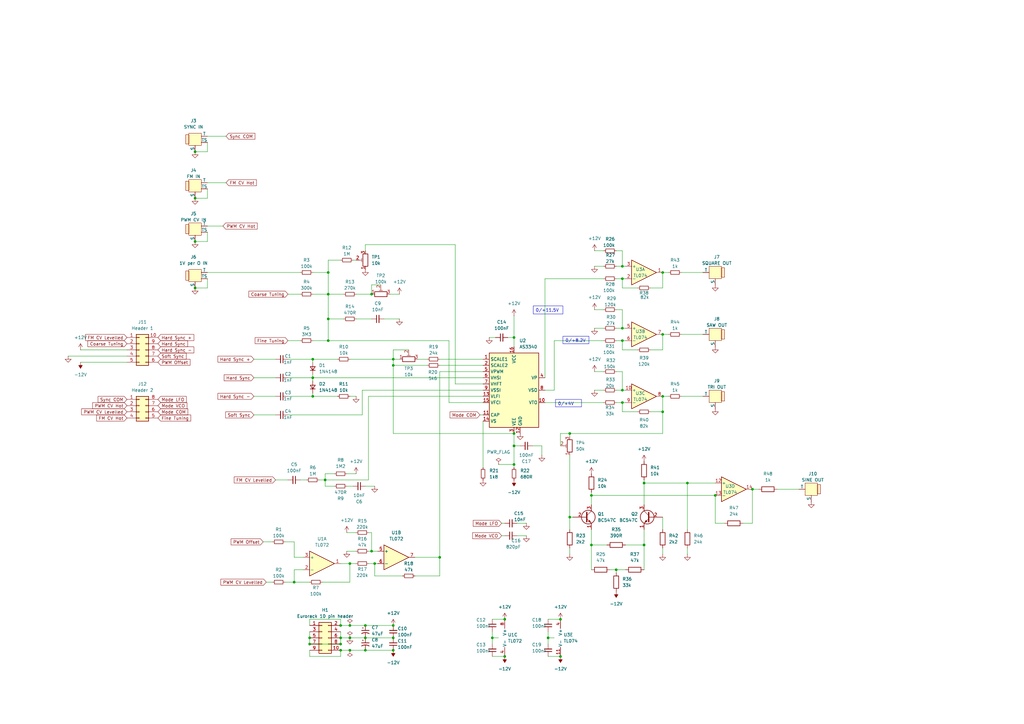
<source format=kicad_sch>
(kicad_sch (version 20231120) (generator "eeschema") (generator_version "8.0")
  (paper "A3")
  (junction (at 152.4 226.06))
  (junction (at 255.27 109.22))
  (junction (at 229.87 269.24))
  (junction (at 139.7 266.7))
  (junction (at 139.7 261.62))
  (junction (at 255.27 139.7))
  (junction (at 134.62 139.7))
  (junction (at 149.86 266.7))
  (junction (at 210.82 177.8))
  (junction (at 127 264.16))
  (junction (at 139.7 264.16))
  (junction (at 80.01 99.06))
  (junction (at 242.57 223.52))
  (junction (at 143.51 266.7))
  (junction (at 210.82 182.88))
  (junction (at 180.34 228.6))
  (junction (at 201.93 261.62))
  (junction (at 255.27 165.1))
  (junction (at 153.67 231.14))
  (junction (at 134.62 111.76))
  (junction (at 143.51 231.14))
  (junction (at 252.73 233.68))
  (junction (at 229.87 254))
  (junction (at 255.27 160.02))
  (junction (at 255.27 114.3))
  (junction (at 134.62 120.65))
  (junction (at 293.37 203.2))
  (junction (at 161.29 266.7))
  (junction (at 80.01 118.11))
  (junction (at 271.78 168.91))
  (junction (at 133.35 196.85))
  (junction (at 210.82 138.43))
  (junction (at 207.01 254))
  (junction (at 161.29 147.32))
  (junction (at 271.78 137.16))
  (junction (at 271.78 162.56))
  (junction (at 120.65 238.76))
  (junction (at 161.29 256.54))
  (junction (at 233.68 177.8))
  (junction (at 255.27 134.62))
  (junction (at 128.27 147.32))
  (junction (at 128.27 162.56))
  (junction (at 210.82 190.5))
  (junction (at 161.29 261.62))
  (junction (at 207.01 269.24))
  (junction (at 139.7 256.54))
  (junction (at 127 261.62))
  (junction (at 224.79 261.62))
  (junction (at 242.57 203.2))
  (junction (at 271.78 111.76))
  (junction (at 281.94 198.12))
  (junction (at 143.51 261.62))
  (junction (at 134.62 130.81))
  (junction (at 149.86 256.54))
  (junction (at 264.16 223.52))
  (junction (at 308.61 200.66))
  (junction (at 152.4 120.65))
  (junction (at 80.01 62.23))
  (junction (at 233.68 212.09))
  (junction (at 80.01 81.28))
  (junction (at 128.27 154.94))
  (junction (at 161.29 149.86))
  (junction (at 264.16 198.12))
  (junction (at 149.86 261.62))
  (junction (at 143.51 256.54))
  (wire (pts (xy 107.95 222.25) (xy 111.76 222.25)))
  (wire (pts (xy 118.11 170.18) (xy 148.59 170.18)))
  (wire (pts (xy 161.29 149.86) (xy 161.29 177.8)))
  (wire (pts (xy 52.07 143.51) (xy 33.02 143.51)))
  (wire (pts (xy 271.78 162.56) (xy 274.32 162.56)))
  (wire (pts (xy 304.8 214.63) (xy 308.61 214.63)))
  (wire (pts (xy 223.52 114.3) (xy 247.65 114.3)))
  (wire (pts (xy 271.78 227.33) (xy 271.78 224.79)))
  (wire (pts (xy 252.73 152.4) (xy 255.27 152.4)))
  (wire (pts (xy 223.52 114.3) (xy 223.52 154.94)))
  (wire (pts (xy 139.7 254) (xy 139.7 256.54)))
  (wire (pts (xy 224.79 269.24) (xy 229.87 269.24)))
  (wire (pts (xy 127 256.54) (xy 127 254)))
  (wire (pts (xy 146.05 130.81) (xy 152.4 130.81)))
  (wire (pts (xy 279.4 162.56) (xy 288.29 162.56)))
  (wire (pts (xy 255.27 102.87) (xy 255.27 109.22)))
  (wire (pts (xy 233.68 227.33) (xy 233.68 224.79)))
  (wire (pts (xy 127 264.16) (xy 139.7 264.16)))
  (wire (pts (xy 252.73 160.02) (xy 255.27 160.02)))
  (wire (pts (xy 167.64 143.51) (xy 161.29 143.51)))
  (wire (pts (xy 133.35 199.39) (xy 137.16 199.39)))
  (wire (pts (xy 133.35 199.39) (xy 133.35 196.85)))
  (wire (pts (xy 252.73 109.22) (xy 255.27 109.22)))
  (wire (pts (xy 143.51 238.76) (xy 143.51 231.14)))
  (wire (pts (xy 288.29 111.76) (xy 279.4 111.76)))
  (wire (pts (xy 252.73 102.87) (xy 255.27 102.87)))
  (wire (pts (xy 92.71 55.88) (xy 85.09 55.88)))
  (wire (pts (xy 256.54 165.1) (xy 255.27 165.1)))
  (wire (pts (xy 132.08 238.76) (xy 143.51 238.76)))
  (wire (pts (xy 113.03 196.85) (xy 118.11 196.85)))
  (wire (pts (xy 210.82 182.88) (xy 210.82 190.5)))
  (wire (pts (xy 186.69 157.48) (xy 186.69 100.33)))
  (wire (pts (xy 120.65 228.6) (xy 124.46 228.6)))
  (wire (pts (xy 255.27 143.51) (xy 261.62 143.51)))
  (wire (pts (xy 85.09 118.11) (xy 80.01 118.11)))
  (wire (pts (xy 85.09 77.47) (xy 85.09 81.28)))
  (wire (pts (xy 143.51 147.32) (xy 161.29 147.32)))
  (wire (pts (xy 85.09 111.76) (xy 123.19 111.76)))
  (wire (pts (xy 250.19 233.68) (xy 252.73 233.68)))
  (wire (pts (xy 210.82 190.5) (xy 210.82 191.77)))
  (wire (pts (xy 134.62 139.7) (xy 184.15 139.7)))
  (wire (pts (xy 255.27 127) (xy 255.27 134.62)))
  (wire (pts (xy 271.78 168.91) (xy 271.78 162.56)))
  (wire (pts (xy 243.84 134.62) (xy 247.65 134.62)))
  (wire (pts (xy 242.57 203.2) (xy 242.57 207.01)))
  (wire (pts (xy 311.15 200.66) (xy 308.61 200.66)))
  (wire (pts (xy 255.27 165.1) (xy 255.27 168.91)))
  (wire (pts (xy 142.24 218.44) (xy 146.05 218.44)))
  (wire (pts (xy 201.93 259.08) (xy 201.93 261.62)))
  (wire (pts (xy 198.12 172.72) (xy 198.12 191.77)))
  (wire (pts (xy 161.29 266.7) (xy 149.86 266.7)))
  (wire (pts (xy 146.05 231.14) (xy 143.51 231.14)))
  (wire (pts (xy 288.29 137.16) (xy 279.4 137.16)))
  (wire (pts (xy 227.33 139.7) (xy 247.65 139.7)))
  (wire (pts (xy 233.68 177.8) (xy 233.68 179.07)))
  (wire (pts (xy 146.05 162.56) (xy 143.51 162.56)))
  (wire (pts (xy 124.46 233.68) (xy 120.65 233.68)))
  (wire (pts (xy 134.62 120.65) (xy 134.62 130.81)))
  (wire (pts (xy 242.57 217.17) (xy 242.57 223.52)))
  (wire (pts (xy 134.62 111.76) (xy 134.62 120.65)))
  (wire (pts (xy 127 266.7) (xy 127 269.24)))
  (wire (pts (xy 152.4 218.44) (xy 152.4 226.06)))
  (wire (pts (xy 128.27 162.56) (xy 138.43 162.56)))
  (wire (pts (xy 109.22 238.76) (xy 111.76 238.76)))
  (wire (pts (xy 255.27 109.22) (xy 256.54 109.22)))
  (wire (pts (xy 212.09 219.71) (xy 215.9 219.71)))
  (wire (pts (xy 118.11 147.32) (xy 128.27 147.32)))
  (wire (pts (xy 118.11 139.7) (xy 123.19 139.7)))
  (wire (pts (xy 252.73 114.3) (xy 255.27 114.3)))
  (wire (pts (xy 85.09 58.42) (xy 85.09 62.23)))
  (wire (pts (xy 224.79 261.62) (xy 227.33 261.62)))
  (wire (pts (xy 252.73 134.62) (xy 255.27 134.62)))
  (wire (pts (xy 120.65 222.25) (xy 120.65 228.6)))
  (wire (pts (xy 243.84 102.87) (xy 247.65 102.87)))
  (wire (pts (xy 184.15 139.7) (xy 184.15 165.1)))
  (wire (pts (xy 128.27 139.7) (xy 134.62 139.7)))
  (wire (pts (xy 184.15 165.1) (xy 198.12 165.1)))
  (wire (pts (xy 120.65 233.68) (xy 120.65 238.76)))
  (wire (pts (xy 281.94 227.33) (xy 281.94 224.79)))
  (wire (pts (xy 180.34 149.86) (xy 198.12 149.86)))
  (wire (pts (xy 281.94 198.12) (xy 293.37 198.12)))
  (wire (pts (xy 180.34 152.4) (xy 180.34 228.6)))
  (wire (pts (xy 134.62 111.76) (xy 134.62 106.68)))
  (wire (pts (xy 149.86 100.33) (xy 149.86 102.87)))
  (wire (pts (xy 52.07 146.05) (xy 27.94 146.05)))
  (wire (pts (xy 163.83 130.81) (xy 157.48 130.81)))
  (wire (pts (xy 243.84 109.22) (xy 247.65 109.22)))
  (wire (pts (xy 142.24 226.06) (xy 146.05 226.06)))
  (wire (pts (xy 224.79 254) (xy 229.87 254)))
  (wire (pts (xy 128.27 148.59) (xy 128.27 147.32)))
  (wire (pts (xy 201.93 269.24) (xy 207.01 269.24)))
  (wire (pts (xy 243.84 152.4) (xy 247.65 152.4)))
  (wire (pts (xy 161.29 147.32) (xy 163.83 147.32)))
  (wire (pts (xy 148.59 170.18) (xy 148.59 160.02)))
  (wire (pts (xy 274.32 137.16) (xy 271.78 137.16)))
  (wire (pts (xy 297.18 214.63) (xy 293.37 214.63)))
  (wire (pts (xy 139.7 269.24) (xy 139.7 266.7)))
  (wire (pts (xy 255.27 165.1) (xy 252.73 165.1)))
  (wire (pts (xy 271.78 177.8) (xy 271.78 168.91)))
  (wire (pts (xy 85.09 81.28) (xy 80.01 81.28)))
  (wire (pts (xy 255.27 139.7) (xy 256.54 139.7)))
  (wire (pts (xy 205.74 219.71) (xy 207.01 219.71)))
  (wire (pts (xy 104.14 170.18) (xy 113.03 170.18)))
  (wire (pts (xy 170.18 236.22) (xy 180.34 236.22)))
  (wire (pts (xy 271.78 217.17) (xy 271.78 212.09)))
  (wire (pts (xy 133.35 194.31) (xy 137.16 194.31)))
  (wire (pts (xy 266.7 168.91) (xy 271.78 168.91)))
  (wire (pts (xy 142.24 194.31) (xy 146.05 194.31)))
  (wire (pts (xy 148.59 160.02) (xy 198.12 160.02)))
  (wire (pts (xy 153.67 236.22) (xy 165.1 236.22)))
  (wire (pts (xy 128.27 154.94) (xy 198.12 154.94)))
  (wire (pts (xy 143.51 261.62) (xy 149.86 261.62)))
  (wire (pts (xy 210.82 177.8) (xy 161.29 177.8)))
  (wire (pts (xy 242.57 233.68) (xy 242.57 223.52)))
  (wire (pts (xy 133.35 196.85) (xy 151.13 196.85)))
  (wire (pts (xy 116.84 222.25) (xy 120.65 222.25)))
  (wire (pts (xy 271.78 111.76) (xy 274.32 111.76)))
  (wire (pts (xy 134.62 130.81) (xy 140.97 130.81)))
  (wire (pts (xy 243.84 160.02) (xy 247.65 160.02)))
  (wire (pts (xy 134.62 120.65) (xy 140.97 120.65)))
  (wire (pts (xy 139.7 266.7) (xy 143.51 266.7)))
  (wire (pts (xy 180.34 236.22) (xy 180.34 228.6)))
  (wire (pts (xy 243.84 127) (xy 247.65 127)))
  (wire (pts (xy 213.36 182.88) (xy 210.82 182.88)))
  (wire (pts (xy 128.27 162.56) (xy 128.27 161.29)))
  (wire (pts (xy 255.27 114.3) (xy 256.54 114.3)))
  (wire (pts (xy 255.27 152.4) (xy 255.27 160.02)))
  (wire (pts (xy 104.14 147.32) (xy 113.03 147.32)))
  (wire (pts (xy 85.09 114.3) (xy 85.09 118.11)))
  (wire (pts (xy 120.65 238.76) (xy 127 238.76)))
  (wire (pts (xy 222.25 182.88) (xy 222.25 186.69)))
  (wire (pts (xy 146.05 106.68) (xy 144.78 106.68)))
  (wire (pts (xy 154.94 231.14) (xy 153.67 231.14)))
  (wire (pts (xy 127 261.62) (xy 127 264.16)))
  (wire (pts (xy 153.67 236.22) (xy 153.67 231.14)))
  (wire (pts (xy 242.57 203.2) (xy 293.37 203.2)))
  (wire (pts (xy 149.86 256.54) (xy 161.29 256.54)))
  (wire (pts (xy 264.16 198.12) (xy 264.16 207.01)))
  (wire (pts (xy 139.7 256.54) (xy 143.51 256.54)))
  (wire (pts (xy 233.68 186.69) (xy 233.68 212.09)))
  (wire (pts (xy 151.13 162.56) (xy 198.12 162.56)))
  (wire (pts (xy 134.62 106.68) (xy 139.7 106.68)))
  (wire (pts (xy 256.54 223.52) (xy 264.16 223.52)))
  (wire (pts (xy 161.29 143.51) (xy 161.29 147.32)))
  (wire (pts (xy 127 269.24) (xy 139.7 269.24)))
  (wire (pts (xy 222.25 182.88) (xy 218.44 182.88)))
  (wire (pts (xy 139.7 231.14) (xy 143.51 231.14)))
  (wire (pts (xy 255.27 139.7) (xy 255.27 143.51)))
  (wire (pts (xy 247.65 165.1) (xy 223.52 165.1)))
  (wire (pts (xy 281.94 217.17) (xy 281.94 198.12)))
  (wire (pts (xy 264.16 223.52) (xy 264.16 217.17)))
  (wire (pts (xy 293.37 214.63) (xy 293.37 203.2)))
  (wire (pts (xy 161.29 147.32) (xy 161.29 149.86)))
  (wire (pts (xy 255.27 168.91) (xy 261.62 168.91)))
  (wire (pts (xy 144.78 199.39) (xy 142.24 199.39)))
  (wire (pts (xy 139.7 261.62) (xy 143.51 261.62)))
  (wire (pts (xy 151.13 226.06) (xy 152.4 226.06)))
  (wire (pts (xy 242.57 201.93) (xy 242.57 203.2)))
  (wire (pts (xy 152.4 226.06) (xy 154.94 226.06)))
  (wire (pts (xy 139.7 259.08) (xy 139.7 261.62)))
  (wire (pts (xy 85.09 99.06) (xy 80.01 99.06)))
  (wire (pts (xy 200.66 138.43) (xy 203.2 138.43)))
  (wire (pts (xy 264.16 233.68) (xy 264.16 223.52)))
  (wire (pts (xy 163.83 120.65) (xy 160.02 120.65)))
  (wire (pts (xy 255.27 114.3) (xy 255.27 118.11)))
  (wire (pts (xy 134.62 139.7) (xy 134.62 130.81)))
  (wire (pts (xy 128.27 153.67) (xy 128.27 154.94)))
  (wire (pts (xy 224.79 261.62) (xy 224.79 264.16)))
  (wire (pts (xy 130.81 196.85) (xy 133.35 196.85)))
  (wire (pts (xy 128.27 147.32) (xy 138.43 147.32)))
  (wire (pts (xy 215.9 214.63) (xy 212.09 214.63)))
  (wire (pts (xy 118.11 162.56) (xy 128.27 162.56)))
  (wire (pts (xy 229.87 177.8) (xy 233.68 177.8)))
  (wire (pts (xy 161.29 149.86) (xy 175.26 149.86)))
  (wire (pts (xy 210.82 129.54) (xy 210.82 138.43)))
  (wire (pts (xy 255.27 134.62) (xy 256.54 134.62)))
  (wire (pts (xy 205.74 214.63) (xy 207.01 214.63)))
  (wire (pts (xy 151.13 218.44) (xy 152.4 218.44)))
  (wire (pts (xy 128.27 154.94) (xy 128.27 156.21)))
  (wire (pts (xy 170.18 228.6) (xy 180.34 228.6)))
  (wire (pts (xy 210.82 177.8) (xy 210.82 182.88)))
  (wire (pts (xy 281.94 198.12) (xy 264.16 198.12)))
  (wire (pts (xy 127 259.08) (xy 127 261.62)))
  (wire (pts (xy 104.14 154.94) (xy 113.03 154.94)))
  (wire (pts (xy 266.7 143.51) (xy 271.78 143.51)))
  (wire (pts (xy 123.19 196.85) (xy 125.73 196.85)))
  (wire (pts (xy 264.16 196.85) (xy 264.16 198.12)))
  (wire (pts (xy 153.67 199.39) (xy 149.86 199.39)))
  (wire (pts (xy 134.62 111.76) (xy 128.27 111.76)))
  (wire (pts (xy 252.73 139.7) (xy 255.27 139.7)))
  (wire (pts (xy 252.73 233.68) (xy 252.73 234.95)))
  (wire (pts (xy 180.34 147.32) (xy 198.12 147.32)))
  (wire (pts (xy 85.09 95.25) (xy 85.09 99.06)))
  (wire (pts (xy 229.87 182.88) (xy 229.87 177.8)))
  (wire (pts (xy 210.82 138.43) (xy 210.82 142.24)))
  (wire (pts (xy 233.68 177.8) (xy 271.78 177.8)))
  (wire (pts (xy 149.86 100.33) (xy 186.69 100.33)))
  (wire (pts (xy 104.14 162.56) (xy 113.03 162.56)))
  (wire (pts (xy 85.09 62.23) (xy 80.01 62.23)))
  (wire (pts (xy 143.51 266.7) (xy 149.86 266.7)))
  (wire (pts (xy 271.78 143.51) (xy 271.78 137.16)))
  (wire (pts (xy 149.86 261.62) (xy 161.29 261.62)))
  (wire (pts (xy 327.66 200.66) (xy 318.77 200.66)))
  (wire (pts (xy 171.45 147.32) (xy 175.26 147.32)))
  (wire (pts (xy 52.07 148.59) (xy 33.02 148.59)))
  (wire (pts (xy 234.95 212.09) (xy 233.68 212.09)))
  (wire (pts (xy 118.11 120.65) (xy 123.19 120.65)))
  (wire (pts (xy 227.33 160.02) (xy 223.52 160.02)))
  (wire (pts (xy 271.78 111.76) (xy 271.78 118.11)))
  (wire (pts (xy 143.51 256.54) (xy 149.86 256.54)))
  (wire (pts (xy 266.7 118.11) (xy 271.78 118.11)))
  (wire (pts (xy 198.12 157.48) (xy 186.69 157.48)))
  (wire (pts (xy 201.93 261.62) (xy 204.47 261.62)))
  (wire (pts (xy 233.68 217.17) (xy 233.68 212.09)))
  (wire (pts (xy 118.11 154.94) (xy 128.27 154.94)))
  (wire (pts (xy 151.13 196.85) (xy 151.13 162.56)))
  (wire (pts (xy 196.85 170.18) (xy 198.12 170.18)))
  (wire (pts (xy 256.54 160.02) (xy 255.27 160.02)))
  (wire (pts (xy 127 254) (xy 139.7 254)))
  (wire (pts (xy 152.4 116.84) (xy 152.4 120.65)))
  (wire (pts (xy 201.93 261.62) (xy 201.93 264.16)))
  (wire (pts (xy 308.61 214.63) (xy 308.61 200.66)))
  (wire (pts (xy 91.44 92.71) (xy 85.09 92.71)))
  (wire (pts (xy 153.67 231.14) (xy 151.13 231.14)))
  (wire (pts (xy 252.73 127) (xy 255.27 127)))
  (wire (pts (xy 208.28 138.43) (xy 210.82 138.43)))
  (wire (pts (xy 156.21 116.84) (xy 152.4 116.84)))
  (wire (pts (xy 133.35 194.31) (xy 133.35 196.85)))
  (wire (pts (xy 204.47 190.5) (xy 210.82 190.5)))
  (wire (pts (xy 85.09 74.93) (xy 92.71 74.93)))
  (wire (pts (xy 252.73 233.68) (xy 256.54 233.68)))
  (wire (pts (xy 242.57 223.52) (xy 248.92 223.52)))
  (wire (pts (xy 139.7 261.62) (xy 139.7 264.16)))
  (wire (pts (xy 227.33 139.7) (xy 227.33 160.02)))
  (wire (pts (xy 128.27 120.65) (xy 134.62 120.65)))
  (wire (pts (xy 201.93 254) (xy 207.01 254)))
  (wire (pts (xy 120.65 238.76) (xy 116.84 238.76)))
  (wire (pts (xy 180.34 152.4) (xy 198.12 152.4)))
  (wire (pts (xy 224.79 259.08) (xy 224.79 261.62)))
  (wire (pts (xy 255.27 118.11) (xy 261.62 118.11)))
  (wire (pts (xy 146.05 120.65) (xy 152.4 120.65)))
  (text_box "0/+11.5V" (at 218.694 125.476 0) (size 12.192 3.302) (effects (font (size 1.27 1.27)) (justify left top)))
  (text_box "0/+4V" (at 227.838 163.83 0) (size 10.668 3.048) (effects (font (size 1.27 1.27)) (justify left top)))
  (text_box "0/+8.2V" (at 230.886 137.922 0) (size 10.668 3.048) (effects (font (size 1.27 1.27)) (justify left top)))
  (global_label "Mode COM" (shape input) (at 64.77 168.91 0) (property "Intersheetrefs" "${INTERSHEET_REFS}" (effects (hide yes))))
  (global_label "PWM Offset" (shape input) (at 64.77 148.59 0) (property "Intersheetrefs" "${INTERSHEET_REFS}" (effects (hide yes))))
  (global_label "Mode COM" (shape input) (at 196.85 170.18 180) (property "Intersheetrefs" "${INTERSHEET_REFS}" (effects (hide yes))))
  (global_label "Hard Sync -" (shape input) (at 64.77 143.51 0) (property "Intersheetrefs" "${INTERSHEET_REFS}" (effects (hide yes))))
  (global_label "FM CV Levelled" (shape input) (at 113.03 196.85 180) (property "Intersheetrefs" "${INTERSHEET_REFS}" (effects (hide yes))))
  (global_label "Coarse Tuning" (shape input) (at 52.07 140.97 180) (property "Intersheetrefs" "${INTERSHEET_REFS}" (effects (hide yes))))
  (global_label "FM CV Hot" (shape input) (at 92.71 74.93 0) (property "Intersheetrefs" "${INTERSHEET_REFS}" (effects (hide yes))))
  (global_label "PWM CV Levelled" (shape input) (at 109.22 238.76 180) (property "Intersheetrefs" "${INTERSHEET_REFS}" (effects (hide yes))))
  (global_label "Hard Sync +" (shape input) (at 64.77 138.43 0) (property "Intersheetrefs" "${INTERSHEET_REFS}" (effects (hide yes))))
  (global_label "PWM Offset" (shape input) (at 107.95 222.25 180) (property "Intersheetrefs" "${INTERSHEET_REFS}" (effects (hide yes))))
  (global_label "Soft Sync" (shape input) (at 64.77 146.05 0) (property "Intersheetrefs" "${INTERSHEET_REFS}" (effects (hide yes))))
  (global_label "Fine Tuning" (shape input) (at 64.77 171.45 0) (property "Intersheetrefs" "${INTERSHEET_REFS}" (effects (hide yes))))
  (global_label "PWM CV Hot" (shape input) (at 91.44 92.71 0) (property "Intersheetrefs" "${INTERSHEET_REFS}" (effects (hide yes))))
  (global_label "Mode LFO" (shape input) (at 205.74 214.63 180) (property "Intersheetrefs" "${INTERSHEET_REFS}" (effects (hide yes))))
  (global_label "Mode VCO" (shape input) (at 205.74 219.71 180) (property "Intersheetrefs" "${INTERSHEET_REFS}" (effects (hide yes))))
  (global_label "Fine Tuning" (shape input) (at 118.11 139.7 180) (property "Intersheetrefs" "${INTERSHEET_REFS}" (effects (hide yes))))
  (global_label "Hard Sync -" (shape input) (at 104.14 162.56 180) (property "Intersheetrefs" "${INTERSHEET_REFS}" (effects (hide yes))))
  (global_label "Sync COM" (shape input) (at 52.07 163.83 180) (property "Intersheetrefs" "${INTERSHEET_REFS}" (effects (hide yes))))
  (global_label "Mode LFO" (shape input) (at 64.77 163.83 0) (property "Intersheetrefs" "${INTERSHEET_REFS}" (effects (hide yes))))
  (global_label "FM CV Hot" (shape input) (at 52.07 171.45 180) (property "Intersheetrefs" "${INTERSHEET_REFS}" (effects (hide yes))))
  (global_label "PWM CV Levelled" (shape input) (at 52.07 168.91 180) (property "Intersheetrefs" "${INTERSHEET_REFS}" (effects (hide yes))))
  (global_label "Hard Sync +" (shape input) (at 104.14 147.32 180) (property "Intersheetrefs" "${INTERSHEET_REFS}" (effects (hide yes))))
  (global_label "Mode VCO" (shape input) (at 64.77 166.37 0) (property "Intersheetrefs" "${INTERSHEET_REFS}" (effects (hide yes))))
  (global_label "Hard Sync" (shape input) (at 104.14 154.94 180) (property "Intersheetrefs" "${INTERSHEET_REFS}" (effects (hide yes))))
  (global_label "FM CV Levelled" (shape input) (at 52.07 138.43 180) (property "Intersheetrefs" "${INTERSHEET_REFS}" (effects (hide yes))))
  (global_label "Hard Sync" (shape input) (at 64.77 140.97 0) (property "Intersheetrefs" "${INTERSHEET_REFS}" (effects (hide yes))))
  (global_label "Soft Sync" (shape input) (at 104.14 170.18 180) (property "Intersheetrefs" "${INTERSHEET_REFS}" (effects (hide yes))))
  (global_label "Sync COM" (shape input) (at 92.71 55.88 0) (property "Intersheetrefs" "${INTERSHEET_REFS}" (effects (hide yes))))
  (global_label "PWM CV Hot" (shape input) (at 52.07 166.37 180) (property "Intersheetrefs" "${INTERSHEET_REFS}" (effects (hide yes))))
  (global_label "Coarse Tuning" (shape input) (at 118.11 120.65 180) (property "Intersheetrefs" "${INTERSHEET_REFS}" (effects (hide yes))))
  (symbol (lib_id "power:GND") (at 142.24 226.06 0) (unit 1)
    (property "Reference" "#PWR09" (effects (hide yes)))
    (property "Value" "GND" (effects (hide yes)))
    (property "Description" "Power symbol creates a global label with name \"GND\" , ground" (effects (hide yes)))
  )
  (symbol (lib_id "Audio:AS3340") (at 210.82 160.02 0) (unit 1)
    (property "Reference" "U2" (at 213.0141 139.7 0) (effects (justify left)))
    (property "Value" "AS3340" (at 213.0141 142.24 0) (effects (justify left)))
    (property "Footprint" "Package_DIP:DIP-16_W7.62mm" (effects (hide yes)))
    (property "Datasheet" "http://www.alfarzpp.lv/eng/sc/AS3340.pdf" (effects (hide yes)))
    (property "Description" "Voltage Controlled Oscillator (VCO), DIP-16/SOIC-16" (effects (hide yes)))
  )
  (symbol (lib_id "Device:R_Small") (at 167.64 236.22 90) (unit 1)
    (property "Reference" "R18" (at 167.64 231.14 90))
    (property "Value" "47k" (at 167.64 233.68 90))
    (property "Footprint" "Resistor_THT:R_Axial_DIN0207_L6.3mm_D2.5mm_P10.16mm_Horizontal" (effects (hide yes)))
    (property "Description" "Resistor, small symbol" (effects (hide yes)))
  )
  (symbol (lib_id "power:GND") (at 243.84 160.02 0) (unit 1)
    (property "Reference" "#PWR038" (effects (hide yes)))
    (property "Value" "GND" (effects (hide yes)))
    (property "Description" "Power symbol creates a global label with name \"GND\" , ground" (effects (hide yes)))
  )
  (symbol (lib_id "power:GND") (at 27.94 146.05 0) (mirror y) (unit 1)
    (property "Reference" "#PWR03" (effects (hide yes)))
    (property "Value" "GND" (effects (hide yes)))
    (property "Description" "Power symbol creates a global label with name \"GND\" , ground" (effects (hide yes)))
  )
  (symbol (lib_id "power:GND") (at 80.01 99.06 0) (unit 1)
    (property "Reference" "#PWR06" (effects (hide yes)))
    (property "Value" "GND" (effects (hide yes)))
    (property "Description" "Power symbol creates a global label with name \"GND\" , ground" (effects (hide yes)))
  )
  (symbol (lib_id "cynthia:6.35_mm_jack_socket_mono_switched") (at 80.01 113.03 0) (unit 1)
    (property "Reference" "J6" (at 79.375 105.41 0))
    (property "Value" "1V per O IN" (at 79.375 107.95 0))
    (property "Footprint" "cynthia:6.35 mm jack socket mono switched" (effects (hide yes)))
  )
  (symbol (lib_id "Device:R") (at 252.73 238.76 0) (unit 1)
    (property "Reference" "R36" (at 255.27 237.4899 0) (effects (justify left)))
    (property "Value" "33k" (at 255.27 240.0299 0) (effects (justify left)))
    (property "Footprint" "Resistor_THT:R_Axial_DIN0207_L6.3mm_D2.5mm_P10.16mm_Horizontal" (effects (hide yes)))
  )
  (symbol (lib_id "Device:D_Small") (at 128.27 151.13 90) (unit 1)
    (property "Reference" "D1" (at 130.81 149.8599 90) (effects (justify right)))
    (property "Value" "1N4148" (at 130.81 152.3999 90) (effects (justify right)))
    (property "Footprint" "Diode_THT:D_DO-35_SOD27_P7.62mm_Horizontal" (effects (hide yes)))
    (property "Description" "Diode, small symbol" (effects (hide yes)))
    (property "Sim.Device" "D" (effects (hide yes)))
    (property "Sim.Pins" "1=K 2=A" (effects (hide yes)))
  )
  (symbol (lib_id "power:+12V") (at 243.84 127 0) (unit 1)
    (property "Reference" "#PWR035" (effects (hide yes)))
    (property "Value" "+12V" (at 243.84 121.92 0))
    (property "Description" "Power symbol creates a global label with name \"+12V\"" (effects (hide yes)))
  )
  (symbol (lib_id "power:GND") (at 243.84 109.22 0) (unit 1)
    (property "Reference" "#PWR034" (effects (hide yes)))
    (property "Value" "GND" (effects (hide yes)))
    (property "Description" "Power symbol creates a global label with name \"GND\" , ground" (effects (hide yes)))
  )
  (symbol (lib_id "power:+12V") (at 243.84 152.4 0) (unit 1)
    (property "Reference" "#PWR037" (effects (hide yes)))
    (property "Value" "+12V" (at 243.84 147.32 0))
    (property "Description" "Power symbol creates a global label with name \"+12V\"" (effects (hide yes)))
  )
  (symbol (lib_id "Device:R") (at 271.78 220.98 0) (unit 1)
    (property "Reference" "R42" (at 274.32 219.7099 0) (effects (justify left)))
    (property "Value" "2k2" (at 274.32 222.2499 0) (effects (justify left)))
    (property "Footprint" "Resistor_THT:R_Axial_DIN0207_L6.3mm_D2.5mm_P10.16mm_Horizontal" (effects (hide yes)))
  )
  (symbol (lib_id "Amplifier_Operational:TL074") (at 264.16 162.56 0) (unit 3)
    (property "Reference" "U3" (at 262.636 161.29 0))
    (property "Value" "TL074" (at 262.636 163.83 0))
    (property "Footprint" "Package_DIP:DIP-14_W7.62mm" (effects (hide yes)))
    (property "Datasheet" "http://www.ti.com/lit/ds/symlink/tl071.pdf" (effects (hide yes)))
    (property "Description" "Quad Low-Noise JFET-Input Operational Amplifiers, DIP-14/SOIC-14" (effects (hide yes)))
  )
  (symbol (lib_id "power:GND") (at 293.37 142.24 0) (unit 1)
    (property "Reference" "#PWR044" (effects (hide yes)))
    (property "Value" "GND" (effects (hide yes)))
    (property "Description" "Power symbol creates a global label with name \"GND\" , ground" (effects (hide yes)))
  )
  (symbol (lib_id "power:PWR_FLAG") (at 143.51 266.7 180) (unit 1)
    (property "Reference" "#FLG03" (effects (hide yes)))
    (property "Value" "PWR_FLAG" (effects (hide yes)))
    (property "Description" "Special symbol for telling ERC where power comes from" (effects (hide yes)))
  )
  (symbol (lib_id "Device:C_Small") (at 154.94 130.81 90) (unit 1)
    (property "Reference" "C9" (at 154.9463 124.46 90))
    (property "Value" "10nF" (at 154.9463 127 90))
    (property "Footprint" "Capacitor_THT:C_Disc_D6.0mm_W2.5mm_P5.00mm" (effects (hide yes)))
    (property "Description" "Unpolarized capacitor, small symbol" (effects (hide yes)))
  )
  (symbol (lib_id "power:-12V") (at 207.01 269.24 180) (unit 1)
    (property "Reference" "#PWR022" (effects (hide yes)))
    (property "Value" "-12V" (at 207.01 274.32 0))
    (property "Description" "Power symbol creates a global label with name \"-12V\"" (effects (hide yes)))
  )
  (symbol (lib_id "Device:R_Potentiometer_Trim") (at 149.86 106.68 180) (unit 1)
    (property "Reference" "TP1" (at 152.4 105.4099 0) (effects (justify right)))
    (property "Value" "10k" (at 152.4 107.9499 0) (effects (justify right)))
    (property "Footprint" "Potentiometer_THT:Potentiometer_Vishay_T73XW_Horizontal" (effects (hide yes)))
    (property "Description" "Trim-potentiometer" (effects (hide yes)))
  )
  (symbol (lib_id "Device:C_Small") (at 201.93 256.54 180) (unit 1)
    (property "Reference" "C12" (at 195.326 254.254 0) (effects (justify right)))
    (property "Value" "100nF" (at 195.326 256.794 0) (effects (justify right)))
    (property "Footprint" "Capacitor_THT:C_Disc_D6.0mm_W2.5mm_P5.00mm" (effects (hide yes)))
    (property "Description" "Unpolarized capacitor, small symbol" (effects (hide yes)))
  )
  (symbol (lib_id "Device:C_Small") (at 115.57 170.18 270) (unit 1)
    (property "Reference" "C4" (at 118.11 168.656 90))
    (property "Value" "1nF" (at 118.11 171.196 90))
    (property "Footprint" "Capacitor_THT:C_Disc_D6.0mm_W2.5mm_P5.00mm" (effects (hide yes)))
    (property "Description" "Unpolarized capacitor, small symbol" (effects (hide yes)))
  )
  (symbol (lib_id "power:-12V") (at 229.87 269.24 180) (unit 1)
    (property "Reference" "#PWR030" (effects (hide yes)))
    (property "Value" "-12V" (at 229.87 274.32 0))
    (property "Description" "Power symbol creates a global label with name \"-12V\"" (effects (hide yes)))
  )
  (symbol (lib_id "power:GND") (at 146.05 162.56 0) (unit 1)
    (property "Reference" "#PWR011" (effects (hide yes)))
    (property "Value" "GND" (effects (hide yes)))
    (property "Description" "Power symbol creates a global label with name \"GND\" , ground" (effects (hide yes)))
  )
  (symbol (lib_id "power:+12V") (at 146.05 194.31 0) (unit 1)
    (property "Reference" "#PWR012" (effects (hide yes)))
    (property "Value" "+12V" (at 146.05 189.23 0))
    (property "Description" "Power symbol creates a global label with name \"+12V\"" (effects (hide yes)))
  )
  (symbol (lib_id "power:GND") (at 233.68 227.33 0) (unit 1)
    (property "Reference" "#PWR031" (effects (hide yes)))
    (property "Value" "GND" (effects (hide yes)))
    (property "Description" "Power symbol creates a global label with name \"GND\" , ground" (effects (hide yes)))
  )
  (symbol (lib_id "Device:R_Small") (at 148.59 231.14 90) (unit 1)
    (property "Reference" "R17" (at 148.59 233.426 90))
    (property "Value" "220k" (at 148.59 235.966 90))
    (property "Footprint" "Resistor_THT:R_Axial_DIN0207_L6.3mm_D2.5mm_P10.16mm_Horizontal" (effects (hide yes)))
    (property "Description" "Resistor, small symbol" (effects (hide yes)))
  )
  (symbol (lib_id "Device:R_Small") (at 264.16 118.11 90) (unit 1)
    (property "Reference" "R38" (at 264.16 120.142 90))
    (property "Value" "82k" (at 264.414 121.92 90))
    (property "Footprint" "Resistor_THT:R_Axial_DIN0207_L6.3mm_D2.5mm_P10.16mm_Horizontal" (effects (hide yes)))
    (property "Description" "Resistor, small symbol" (effects (hide yes)))
  )
  (symbol (lib_id "power:+12V") (at 161.29 256.54 0) (unit 1)
    (property "Reference" "#PWR015" (effects (hide yes)))
    (property "Value" "+12V" (at 161.29 251.46 0))
    (property "Description" "Power symbol creates a global label with name \"+12V\"" (effects (hide yes)))
  )
  (symbol (lib_id "Device:R_Small") (at 276.86 137.16 90) (unit 1)
    (property "Reference" "R44" (at 276.86 132.08 90))
    (property "Value" "1k" (at 276.86 134.62 90))
    (property "Footprint" "Resistor_THT:R_Axial_DIN0207_L6.3mm_D2.5mm_P10.16mm_Horizontal" (effects (hide yes)))
    (property "Description" "Resistor, small symbol" (effects (hide yes)))
  )
  (symbol (lib_id "Device:C_Polarized_Small_US") (at 149.86 259.08 0) (unit 1)
    (property "Reference" "C7" (at 152.4 257.3781 0) (effects (justify left)))
    (property "Value" "47uF" (at 152.4 259.9181 0) (effects (justify left)))
    (property "Footprint" "Capacitor_THT:CP_Radial_D6.3mm_P2.50mm" (effects (hide yes)))
    (property "Description" "Polarized capacitor, small US symbol" (effects (hide yes)))
  )
  (symbol (lib_id "Device:R_Small") (at 129.54 238.76 90) (unit 1)
    (property "Reference" "R7" (at 129.54 241.046 90))
    (property "Value" "100k" (at 129.54 243.586 90))
    (property "Footprint" "Resistor_THT:R_Axial_DIN0207_L6.3mm_D2.5mm_P10.16mm_Horizontal" (effects (hide yes)))
    (property "Description" "Resistor, small symbol" (effects (hide yes)))
  )
  (symbol (lib_id "Device:R_Potentiometer_Trim") (at 167.64 147.32 90) (unit 1)
    (property "Reference" "TP3" (at 167.64 151.13 90))
    (property "Value" "10k" (at 167.64 153.67 90))
    (property "Footprint" "Potentiometer_THT:Potentiometer_Vishay_T73XW_Horizontal" (effects (hide yes)))
    (property "Description" "Trim-potentiometer" (effects (hide yes)))
  )
  (symbol (lib_id "Device:C_Small") (at 161.29 259.08 180) (unit 1)
    (property "Reference" "C10" (at 163.068 257.81 0) (effects (justify right)))
    (property "Value" "100nF" (at 163.068 260.35 0) (effects (justify right)))
    (property "Footprint" "Capacitor_THT:C_Disc_D6.0mm_W2.5mm_P5.00mm" (effects (hide yes)))
    (property "Description" "Unpolarized capacitor, small symbol" (effects (hide yes)))
  )
  (symbol (lib_id "Device:C_Small") (at 224.79 266.7 180) (unit 1)
    (property "Reference" "C19" (at 218.186 264.414 0) (effects (justify right)))
    (property "Value" "100nF" (at 218.186 266.954 0) (effects (justify right)))
    (property "Footprint" "Capacitor_THT:C_Disc_D6.0mm_W2.5mm_P5.00mm" (effects (hide yes)))
    (property "Description" "Unpolarized capacitor, small symbol" (effects (hide yes)))
  )
  (symbol (lib_id "power:+12V") (at 142.24 218.44 0) (unit 1)
    (property "Reference" "#PWR08" (effects (hide yes)))
    (property "Value" "+12V" (at 142.24 213.36 0))
    (property "Description" "Power symbol creates a global label with name \"+12V\"" (effects (hide yes)))
  )
  (symbol (lib_name "6.35_mm_jack_socket_mono_2") (lib_id "cynthia:6.35_mm_jack_socket_mono") (at 293.37 111.76 0) (mirror y) (unit 1)
    (property "Reference" "J7" (at 294.005 105.41 0))
    (property "Value" "SQUARE OUT" (at 294.005 107.95 0))
    (property "Footprint" "cynthia:6.35 mm jack socket mono" (effects (hide yes)))
  )
  (symbol (lib_id "Device:R_Small") (at 276.86 162.56 90) (unit 1)
    (property "Reference" "R45" (at 276.86 157.48 90))
    (property "Value" "1k" (at 276.86 160.02 90))
    (property "Footprint" "Resistor_THT:R_Axial_DIN0207_L6.3mm_D2.5mm_P10.16mm_Horizontal" (effects (hide yes)))
    (property "Description" "Resistor, small symbol" (effects (hide yes)))
  )
  (symbol (lib_id "Device:R_Small") (at 210.82 194.31 0) (unit 1)
    (property "Reference" "R22" (at 213.36 193.0399 0) (effects (justify left)))
    (property "Value" "680R" (at 213.36 195.5799 0) (effects (justify left)))
    (property "Footprint" "Resistor_THT:R_Axial_DIN0207_L6.3mm_D2.5mm_P10.16mm_Horizontal" (effects (hide yes)))
    (property "Description" "Resistor, small symbol" (effects (hide yes)))
  )
  (symbol (lib_id "Amplifier_Operational:TL072") (at 162.56 228.6 0) (unit 2)
    (property "Reference" "U1" (at 162.56 218.44 0))
    (property "Value" "TL072" (at 162.56 220.98 0))
    (property "Footprint" "Package_DIP:DIP-8_W7.62mm" (effects (hide yes)))
    (property "Datasheet" "http://www.ti.com/lit/ds/symlink/tl071.pdf" (effects (hide yes)))
    (property "Description" "Dual Low-Noise JFET-Input Operational Amplifiers, DIP-8/SOIC-8" (effects (hide yes)))
  )
  (symbol (lib_id "power:PWR_FLAG") (at 143.51 256.54 0) (unit 1)
    (property "Reference" "#FLG01" (effects (hide yes)))
    (property "Value" "PWR_FLAG" (effects (hide yes)))
    (property "Description" "Special symbol for telling ERC where power comes from" (effects (hide yes)))
  )
  (symbol (lib_id "Device:C_Small") (at 115.57 162.56 270) (unit 1)
    (property "Reference" "C3" (at 118.11 161.036 90))
    (property "Value" "1nF" (at 118.11 163.576 90))
    (property "Footprint" "Capacitor_THT:C_Disc_D6.0mm_W2.5mm_P5.00mm" (effects (hide yes)))
    (property "Description" "Unpolarized capacitor, small symbol" (effects (hide yes)))
  )
  (symbol (lib_id "Amplifier_Operational:TL074") (at 264.16 111.76 0) (unit 1)
    (property "Reference" "U3" (at 262.636 110.49 0))
    (property "Value" "TL074" (at 262.636 113.03 0))
    (property "Footprint" "Package_DIP:DIP-14_W7.62mm" (effects (hide yes)))
    (property "Datasheet" "http://www.ti.com/lit/ds/symlink/tl071.pdf" (effects (hide yes)))
    (property "Description" "Quad Low-Noise JFET-Input Operational Amplifiers, DIP-14/SOIC-14" (effects (hide yes)))
  )
  (symbol (lib_id "Transistor_BJT:2N3904") (at 266.7 212.09 0) (mirror y) (unit 1)
    (property "Reference" "Q2" (at 261.62 210.8199 0) (effects (justify left)))
    (property "Value" "BC547C" (at 261.62 213.3599 0) (effects (justify left)))
    (property "Footprint" "Package_TO_SOT_THT:TO-92_Inline" (effects (hide yes)))
    (property "Datasheet" "https://www.onsemi.com/pub/Collateral/2N3903-D.PDF" (effects (hide yes)))
  )
  (symbol (lib_id "Device:R_Small") (at 177.8 147.32 90) (unit 1)
    (property "Reference" "R19" (at 177.8 142.24 90))
    (property "Value" "24k" (at 177.8 144.78 90))
    (property "Footprint" "Resistor_THT:R_Axial_DIN0207_L6.3mm_D2.5mm_P10.16mm_Horizontal" (effects (hide yes)))
    (property "Description" "Resistor, small symbol" (effects (hide yes)))
  )
  (symbol (lib_id "Device:R_Small") (at 198.12 194.31 180) (unit 1)
    (property "Reference" "R21" (at 200.66 193.0399 0) (effects (justify right)))
    (property "Value" "1k8" (at 200.66 195.5799 0) (effects (justify right)))
    (property "Footprint" "Resistor_THT:R_Axial_DIN0207_L6.3mm_D2.5mm_P10.16mm_Horizontal" (effects (hide yes)))
    (property "Description" "Resistor, small symbol" (effects (hide yes)))
  )
  (symbol (lib_id "Device:R_Small") (at 143.51 120.65 90) (unit 1)
    (property "Reference" "R13" (at 143.51 115.57 90))
    (property "Value" "270k" (at 143.51 118.11 90))
    (property "Footprint" "Resistor_THT:R_Axial_DIN0207_L6.3mm_D2.5mm_P10.16mm_Horizontal" (effects (hide yes)))
    (property "Description" "Resistor, small symbol" (effects (hide yes)))
  )
  (symbol (lib_id "Device:C_Small") (at 215.9 182.88 270) (unit 1)
    (property "Reference" "C17" (at 215.8937 189.23 90))
    (property "Value" "100nF" (at 215.8937 186.69 90))
    (property "Footprint" "Capacitor_THT:C_Disc_D6.0mm_W2.5mm_P5.00mm" (effects (hide yes)))
    (property "Description" "Unpolarized capacitor, small symbol" (effects (hide yes)))
  )
  (symbol (lib_id "Device:R") (at 252.73 223.52 90) (unit 1)
    (property "Reference" "R35" (at 252.73 217.17 90))
    (property "Value" "390R" (at 252.73 219.71 90))
    (property "Footprint" "Resistor_THT:R_Axial_DIN0207_L6.3mm_D2.5mm_P10.16mm_Horizontal" (effects (hide yes)))
  )
  (symbol (lib_id "cynthia:6.35_mm_jack_socket_mono_switched") (at 80.01 57.15 0) (unit 1)
    (property "Reference" "J3" (at 79.375 49.53 0))
    (property "Value" "SYNC IN" (at 79.375 52.07 0))
    (property "Footprint" "cynthia:6.35 mm jack socket mono switched" (effects (hide yes)))
  )
  (symbol (lib_id "power:GND") (at 80.01 81.28 0) (unit 1)
    (property "Reference" "#PWR05" (effects (hide yes)))
    (property "Value" "GND" (effects (hide yes)))
    (property "Description" "Power symbol creates a global label with name \"GND\" , ground" (effects (hide yes)))
  )
  (symbol (lib_id "power:+12V") (at 229.87 254 0) (unit 1)
    (property "Reference" "#PWR029" (effects (hide yes)))
    (property "Value" "+12V" (at 229.87 248.92 0))
    (property "Description" "Power symbol creates a global label with name \"+12V\"" (effects (hide yes)))
  )
  (symbol (lib_id "Device:R_Small") (at 177.8 149.86 90) (unit 1)
    (property "Reference" "R20" (at 177.546 152.654 90))
    (property "Value" "5k6" (at 177.546 155.194 90))
    (property "Footprint" "Resistor_THT:R_Axial_DIN0207_L6.3mm_D2.5mm_P10.16mm_Horizontal" (effects (hide yes)))
    (property "Description" "Resistor, small symbol" (effects (hide yes)))
  )
  (symbol (lib_id "Device:C_Small") (at 205.74 138.43 90) (unit 1)
    (property "Reference" "C14" (at 205.7463 132.08 90))
    (property "Value" "100nF" (at 205.7463 134.62 90))
    (property "Footprint" "Capacitor_THT:C_Disc_D6.0mm_W2.5mm_P5.00mm" (effects (hide yes)))
    (property "Description" "Unpolarized capacitor, small symbol" (effects (hide yes)))
  )
  (symbol (lib_id "power:GND") (at 215.9 219.71 0) (unit 1)
    (property "Reference" "#PWR027" (effects (hide yes)))
    (property "Value" "GND" (effects (hide yes)))
    (property "Description" "Power symbol creates a global label with name \"GND\" , ground" (effects (hide yes)))
  )
  (symbol (lib_id "Device:C_Small") (at 115.57 154.94 270) (unit 1)
    (property "Reference" "C2" (at 118.11 153.416 90))
    (property "Value" "1nF" (at 118.11 155.956 90))
    (property "Footprint" "Capacitor_THT:C_Disc_D6.0mm_W2.5mm_P5.00mm" (effects (hide yes)))
    (property "Description" "Unpolarized capacitor, small symbol" (effects (hide yes)))
  )
  (symbol (lib_id "power:GND") (at 332.74 205.74 0) (unit 1)
    (property "Reference" "#PWR046" (effects (hide yes)))
    (property "Value" "GND" (effects (hide yes)))
    (property "Description" "Power symbol creates a global label with name \"GND\" , ground" (effects (hide yes)))
  )
  (symbol (lib_id "Device:R_Small") (at 148.59 218.44 90) (unit 1)
    (property "Reference" "R15" (at 148.59 213.614 90))
    (property "Value" "220k" (at 148.59 216.154 90))
    (property "Footprint" "Resistor_THT:R_Axial_DIN0207_L6.3mm_D2.5mm_P10.16mm_Horizontal" (effects (hide yes)))
    (property "Description" "Resistor, small symbol" (effects (hide yes)))
  )
  (symbol (lib_id "Device:R") (at 233.68 220.98 0) (unit 1)
    (property "Reference" "R23" (at 236.22 219.7099 0) (effects (justify left)))
    (property "Value" "2k2" (at 236.22 222.2499 0) (effects (justify left)))
    (property "Footprint" "Resistor_THT:R_Axial_DIN0207_L6.3mm_D2.5mm_P10.16mm_Horizontal" (effects (hide yes)))
  )
  (symbol (lib_id "Device:R_Small") (at 250.19 165.1 270) (unit 1)
    (property "Reference" "R34" (at 250.19 167.132 90))
    (property "Value" "33k" (at 250.19 169.672 90))
    (property "Footprint" "Resistor_THT:R_Axial_DIN0207_L6.3mm_D2.5mm_P10.16mm_Horizontal" (effects (hide yes)))
    (property "Description" "Resistor, small symbol" (effects (hide yes)))
  )
  (symbol (lib_id "power:GND") (at 215.9 214.63 0) (unit 1)
    (property "Reference" "#PWR026" (effects (hide yes)))
    (property "Value" "GND" (effects (hide yes)))
    (property "Description" "Power symbol creates a global label with name \"GND\" , ground" (effects (hide yes)))
  )
  (symbol (lib_name "6.35_mm_jack_socket_mono_3") (lib_id "cynthia:6.35_mm_jack_socket_mono") (at 293.37 162.56 0) (mirror y) (unit 1)
    (property "Reference" "J9" (at 294.005 156.21 0))
    (property "Value" "TRI OUT" (at 294.005 158.75 0))
    (property "Footprint" "cynthia:6.35 mm jack socket mono" (effects (hide yes)))
  )
  (symbol (lib_id "power:GND") (at 222.25 186.69 0) (unit 1)
    (property "Reference" "#PWR028" (effects (hide yes)))
    (property "Value" "GND" (effects (hide yes)))
    (property "Description" "Power symbol creates a global label with name \"GND\" , ground" (effects (hide yes)))
  )
  (symbol (lib_id "Device:R_Small") (at 143.51 130.81 90) (unit 1)
    (property "Reference" "R14" (at 143.51 125.73 90))
    (property "Value" "470R" (at 143.51 128.27 90))
    (property "Footprint" "Resistor_THT:R_Axial_DIN0207_L6.3mm_D2.5mm_P10.16mm_Horizontal" (effects (hide yes)))
    (property "Description" "Resistor, small symbol" (effects (hide yes)))
  )
  (symbol (lib_id "Amplifier_Operational:TL074") (at 232.41 261.62 0) (unit 5)
    (property "Reference" "U3" (at 231.14 260.3499 0) (effects (justify left)))
    (property "Value" "TL074" (at 231.14 262.8899 0) (effects (justify left)))
    (property "Footprint" "Package_DIP:DIP-14_W7.62mm" (effects (hide yes)))
    (property "Datasheet" "http://www.ti.com/lit/ds/symlink/tl071.pdf" (effects (hide yes)))
    (property "Description" "Quad Low-Noise JFET-Input Operational Amplifiers, DIP-14/SOIC-14" (effects (hide yes)))
  )
  (symbol (lib_id "power:+12V") (at 243.84 102.87 0) (unit 1)
    (property "Reference" "#PWR033" (effects (hide yes)))
    (property "Value" "+12V" (at 243.84 97.79 0))
    (property "Description" "Power symbol creates a global label with name \"+12V\"" (effects (hide yes)))
  )
  (symbol (lib_id "Device:R") (at 314.96 200.66 90) (unit 1)
    (property "Reference" "R48" (at 314.96 194.31 90))
    (property "Value" "1k" (at 314.96 196.85 90))
    (property "Footprint" "Resistor_THT:R_Axial_DIN0207_L6.3mm_D2.5mm_P10.16mm_Horizontal" (effects (hide yes)))
  )
  (symbol (lib_name "-12V_1") (lib_id "power:-12V") (at 252.73 242.57 180) (unit 1)
    (property "Reference" "#PWR039" (effects (hide yes)))
    (property "Value" "-12V" (at 252.73 247.65 0))
  )
  (symbol (lib_id "Device:R_Small") (at 140.97 162.56 90) (unit 1)
    (property "Reference" "R11" (at 140.97 157.48 90))
    (property "Value" "10k" (at 140.97 160.02 90))
    (property "Footprint" "Resistor_THT:R_Axial_DIN0207_L6.3mm_D2.5mm_P10.16mm_Horizontal" (effects (hide yes)))
    (property "Description" "Resistor, small symbol" (effects (hide yes)))
  )
  (symbol (lib_id "Amplifier_Operational:TL074") (at 300.99 200.66 0) (unit 4)
    (property "Reference" "U3" (at 299.466 199.39 0))
    (property "Value" "TL074" (at 299.466 201.93 0))
    (property "Footprint" "Package_DIP:DIP-14_W7.62mm" (effects (hide yes)))
    (property "Datasheet" "http://www.ti.com/lit/ds/symlink/tl071.pdf" (effects (hide yes)))
    (property "Description" "Quad Low-Noise JFET-Input Operational Amplifiers, DIP-14/SOIC-14" (effects (hide yes)))
  )
  (symbol (lib_id "Device:R_Small") (at 125.73 111.76 90) (unit 1)
    (property "Reference" "R3" (at 125.73 106.68 90))
    (property "Value" "100k" (at 125.73 109.22 90))
    (property "Footprint" "Resistor_THT:R_Axial_DIN0207_L6.3mm_D2.5mm_P10.16mm_Horizontal" (effects (hide yes)))
    (property "Description" "Resistor, small symbol" (effects (hide yes)))
  )
  (symbol (lib_id "Device:R_Small") (at 250.19 127 90) (unit 1)
    (property "Reference" "R29" (at 252.73 122.428 90) (effects (justify left)))
    (property "Value" "120k" (at 252.73 124.968 90) (effects (justify left)))
    (property "Footprint" "Resistor_THT:R_Axial_DIN0207_L6.3mm_D2.5mm_P10.16mm_Horizontal" (effects (hide yes)))
    (property "Description" "Resistor, small symbol" (effects (hide yes)))
  )
  (symbol (lib_id "power:+12V") (at 210.82 129.54 0) (unit 1)
    (property "Reference" "#PWR023" (effects (hide yes)))
    (property "Value" "+12V" (at 210.82 124.46 0))
    (property "Description" "Power symbol creates a global label with name \"+12V\"" (effects (hide yes)))
  )
  (symbol (lib_id "Device:R_Small") (at 139.7 199.39 270) (mirror x) (unit 1)
    (property "Reference" "R9" (at 139.7 204.47 90))
    (property "Value" "470R" (at 139.7 201.93 90))
    (property "Footprint" "Resistor_THT:R_Axial_DIN0207_L6.3mm_D2.5mm_P10.16mm_Horizontal" (effects (hide yes)))
    (property "Description" "Resistor, small symbol" (effects (hide yes)))
  )
  (symbol (lib_id "Device:R") (at 260.35 233.68 90) (unit 1)
    (property "Reference" "R37" (at 260.35 227.33 90))
    (property "Value" "47k" (at 260.35 229.87 90))
    (property "Footprint" "Resistor_THT:R_Axial_DIN0207_L6.3mm_D2.5mm_P10.16mm_Horizontal" (effects (hide yes)))
  )
  (symbol (lib_id "Device:R_Small") (at 250.19 139.7 90) (unit 1)
    (property "Reference" "R31" (at 252.222 141.986 90) (effects (justify left)))
    (property "Value" "100k" (at 252.222 144.526 90) (effects (justify left)))
    (property "Footprint" "Resistor_THT:R_Axial_DIN0207_L6.3mm_D2.5mm_P10.16mm_Horizontal" (effects (hide yes)))
    (property "Description" "Resistor, small symbol" (effects (hide yes)))
  )
  (symbol (lib_id "Amplifier_Operational:TL074") (at 264.16 137.16 0) (unit 2)
    (property "Reference" "U3" (at 262.636 135.89 0))
    (property "Value" "TL074" (at 262.636 138.43 0))
    (property "Footprint" "Package_DIP:DIP-14_W7.62mm" (effects (hide yes)))
    (property "Datasheet" "http://www.ti.com/lit/ds/symlink/tl071.pdf" (effects (hide yes)))
    (property "Description" "Quad Low-Noise JFET-Input Operational Amplifiers, DIP-14/SOIC-14" (effects (hide yes)))
  )
  (symbol (lib_id "power:+12V") (at 207.01 254 0) (unit 1)
    (property "Reference" "#PWR021" (effects (hide yes)))
    (property "Value" "+12V" (at 207.01 248.92 0))
    (property "Description" "Power symbol creates a global label with name \"+12V\"" (effects (hide yes)))
  )
  (symbol (lib_id "Device:R_Small") (at 125.73 120.65 90) (unit 1)
    (property "Reference" "R4" (at 125.73 115.57 90))
    (property "Value" "300k" (at 125.73 118.11 90))
    (property "Footprint" "Resistor_THT:R_Axial_DIN0207_L6.3mm_D2.5mm_P10.16mm_Horizontal" (effects (hide yes)))
    (property "Description" "Resistor, small symbol" (effects (hide yes)))
  )
  (symbol (lib_id "Device:R_Small") (at 250.19 109.22 270) (unit 1)
    (property "Reference" "R27" (at 248.412 104.648 90) (effects (justify left)))
    (property "Value" "27k" (at 248.412 107.188 90) (effects (justify left)))
    (property "Footprint" "Resistor_THT:R_Axial_DIN0207_L6.3mm_D2.5mm_P10.16mm_Horizontal" (effects (hide yes)))
    (property "Description" "Resistor, small symbol" (effects (hide yes)))
  )
  (symbol (lib_id "power:GND") (at 293.37 116.84 0) (unit 1)
    (property "Reference" "#PWR043" (effects (hide yes)))
    (property "Value" "GND" (effects (hide yes)))
    (property "Description" "Power symbol creates a global label with name \"GND\" , ground" (effects (hide yes)))
  )
  (symbol (lib_id "power:GND") (at 293.37 167.64 0) (unit 1)
    (property "Reference" "#PWR045" (effects (hide yes)))
    (property "Value" "GND" (effects (hide yes)))
    (property "Description" "Power symbol creates a global label with name \"GND\" , ground" (effects (hide yes)))
  )
  (symbol (lib_id "power:GND") (at 80.01 118.11 0) (unit 1)
    (property "Reference" "#PWR07" (effects (hide yes)))
    (property "Value" "GND" (effects (hide yes)))
    (property "Description" "Power symbol creates a global label with name \"GND\" , ground" (effects (hide yes)))
  )
  (symbol (lib_id "power:GND") (at 143.51 261.62 0) (unit 1)
    (property "Reference" "#PWR010" (effects (hide yes)))
    (property "Value" "GND" (effects (hide yes)))
    (property "Description" "Power symbol creates a global label with name \"GND\" , ground" (effects (hide yes)))
  )
  (symbol (lib_id "power:GND") (at 271.78 227.33 0) (unit 1)
    (property "Reference" "#PWR041" (effects (hide yes)))
    (property "Value" "GND" (effects (hide yes)))
    (property "Description" "Power symbol creates a global label with name \"GND\" , ground" (effects (hide yes)))
  )
  (symbol (lib_id "cynthia:6.35_mm_jack_socket_mono_switched") (at 80.01 76.2 0) (unit 1)
    (property "Reference" "J4" (at 79.375 69.85 0))
    (property "Value" "FM IN" (at 79.375 72.39 0))
    (property "Footprint" "cynthia:6.35 mm jack socket mono switched" (effects (hide yes)))
  )
  (symbol (lib_name "-12V_1") (lib_id "power:-12V") (at 33.02 148.59 0) (mirror x) (unit 1)
    (property "Reference" "#PWR02" (effects (hide yes)))
    (property "Value" "-12V" (at 33.02 153.67 0))
  )
  (symbol (lib_id "Device:R_Small") (at 140.97 147.32 90) (unit 1)
    (property "Reference" "R10" (at 140.97 142.24 90))
    (property "Value" "10k" (at 140.97 144.78 90))
    (property "Footprint" "Resistor_THT:R_Axial_DIN0207_L6.3mm_D2.5mm_P10.16mm_Horizontal" (effects (hide yes)))
    (property "Description" "Resistor, small symbol" (effects (hide yes)))
  )
  (symbol (lib_id "Device:R") (at 264.16 193.04 0) (unit 1)
    (property "Reference" "R41" (at 266.7 191.7699 0) (effects (justify left)))
    (property "Value" "10k" (at 266.7 194.3099 0) (effects (justify left)))
    (property "Footprint" "Resistor_THT:R_Axial_DIN0207_L6.3mm_D2.5mm_P10.16mm_Horizontal" (effects (hide yes)))
  )
  (symbol (lib_id "Device:R") (at 242.57 198.12 0) (unit 1)
    (property "Reference" "R24" (at 245.11 196.8499 0) (effects (justify left)))
    (property "Value" "10k" (at 245.11 199.3899 0) (effects (justify left)))
    (property "Footprint" "Resistor_THT:R_Axial_DIN0207_L6.3mm_D2.5mm_P10.16mm_Horizontal" (effects (hide yes)))
  )
  (symbol (lib_id "Device:C_Small") (at 147.32 199.39 270) (mirror x) (unit 1)
    (property "Reference" "C6" (at 147.3136 205.74 90))
    (property "Value" "10nF" (at 147.3136 203.2 90))
    (property "Footprint" "Capacitor_THT:C_Disc_D6.0mm_W2.5mm_P5.00mm" (effects (hide yes)))
    (property "Description" "Unpolarized capacitor, small symbol" (effects (hide yes)))
  )
  (symbol (lib_id "Connector_Generic:Conn_02x04_Counter_Clockwise") (at 57.15 166.37 0) (unit 1)
    (property "Reference" "J12" (at 58.42 157.48 0))
    (property "Value" "Header 2" (at 58.42 160.02 0))
    (property "Footprint" "Connector_PinSocket_2.54mm:PinSocket_2x04_P2.54mm_Vertical" (effects (hide yes)))
    (property "Description" "Generic connector, double row, 02x04, counter clockwise pin numbering scheme (similar to DIP package numbering), script generated (kicad-library-utils/schlib/autogen/connector/)" (effects (hide yes)))
  )
  (symbol (lib_id "power:GND") (at 213.36 177.8 0) (unit 1)
    (property "Reference" "#PWR025" (effects (hide yes)))
    (property "Value" "GND" (effects (hide yes)))
    (property "Description" "Power symbol creates a global label with name \"GND\" , ground" (effects (hide yes)))
  )
  (symbol (lib_id "Device:C_Small") (at 115.57 147.32 270) (unit 1)
    (property "Reference" "C1" (at 118.11 146.05 90))
    (property "Value" "1nF" (at 118.11 148.59 90))
    (property "Footprint" "Capacitor_THT:C_Disc_D6.0mm_W2.5mm_P5.00mm" (effects (hide yes)))
    (property "Description" "Unpolarized capacitor, small symbol" (effects (hide yes)))
  )
  (symbol (lib_id "Device:C_Small") (at 209.55 214.63 90) (unit 1)
    (property "Reference" "C15" (at 210.82 210.566 90) (effects (justify right)))
    (property "Value" "10nF" (at 210.82 213.106 90) (effects (justify right)))
    (property "Footprint" "Capacitor_THT:C_Disc_D6.0mm_W2.5mm_P5.00mm" (effects (hide yes)))
    (property "Description" "Unpolarized capacitor, small symbol" (effects (hide yes)))
  )
  (symbol (lib_id "Device:R_Small") (at 142.24 106.68 90) (unit 1)
    (property "Reference" "R12" (at 142.24 101.6 90))
    (property "Value" "1M" (at 142.24 104.14 90))
    (property "Footprint" "Resistor_THT:R_Axial_DIN0207_L6.3mm_D2.5mm_P10.16mm_Horizontal" (effects (hide yes)))
    (property "Description" "Resistor, small symbol" (effects (hide yes)))
  )
  (symbol (lib_id "Device:C_Small") (at 161.29 264.16 180) (unit 1)
    (property "Reference" "C11" (at 163.068 262.89 0) (effects (justify right)))
    (property "Value" "100nF" (at 163.068 265.43 0) (effects (justify right)))
    (property "Footprint" "Capacitor_THT:C_Disc_D6.0mm_W2.5mm_P5.00mm" (effects (hide yes)))
    (property "Description" "Unpolarized capacitor, small symbol" (effects (hide yes)))
  )
  (symbol (lib_id "power:GND") (at 80.01 62.23 0) (unit 1)
    (property "Reference" "#PWR04" (effects (hide yes)))
    (property "Value" "GND" (effects (hide yes)))
    (property "Description" "Power symbol creates a global label with name \"GND\" , ground" (effects (hide yes)))
  )
  (symbol (lib_id "Connector_Generic:Conn_02x05_Counter_Clockwise") (at 57.15 143.51 0) (unit 1)
    (property "Reference" "J11" (at 58.42 132.08 0))
    (property "Value" "Header 1" (at 58.42 134.62 0))
    (property "Footprint" "Connector_PinSocket_2.54mm:PinSocket_2x05_P2.54mm_Vertical" (effects (hide yes)))
    (property "Description" "Generic connector, double row, 02x05, counter clockwise pin numbering scheme (similar to DIP package numbering), script generated (kicad-library-utils/schlib/autogen/connector/)" (effects (hide yes)))
  )
  (symbol (lib_id "cynthia:6.35_mm_jack_socket_mono") (at 332.74 200.66 0) (mirror y) (unit 1)
    (property "Reference" "J10" (at 333.375 194.31 0))
    (property "Value" "SINE OUT" (at 333.375 196.85 0))
    (property "Footprint" "cynthia:6.35 mm jack socket mono" (effects (hide yes)))
  )
  (symbol (lib_id "Device:C_Small") (at 201.93 266.7 180) (unit 1)
    (property "Reference" "C13" (at 195.326 264.414 0) (effects (justify right)))
    (property "Value" "100nF" (at 195.326 266.954 0) (effects (justify right)))
    (property "Footprint" "Capacitor_THT:C_Disc_D6.0mm_W2.5mm_P5.00mm" (effects (hide yes)))
    (property "Description" "Unpolarized capacitor, small symbol" (effects (hide yes)))
  )
  (symbol (lib_id "Connector_Generic:Conn_02x05_Odd_Even") (at 132.08 261.62 0) (unit 1)
    (property "Reference" "H1" (at 133.35 250.19 0))
    (property "Value" "Eurorack 10 pin header" (at 133.35 252.73 0))
    (property "Footprint" "Connector_PinHeader_2.54mm:PinHeader_2x05_P2.54mm_Vertical" (effects (hide yes)))
    (property "Description" "Eurorack 10 pin header" (effects (hide yes)))
  )
  (symbol (lib_id "power:+12V") (at 33.02 143.51 0) (mirror y) (unit 1)
    (property "Reference" "#PWR01" (effects (hide yes)))
    (property "Value" "+12V" (at 33.02 138.43 0))
    (property "Description" "Power symbol creates a global label with name \"+12V\"" (effects (hide yes)))
  )
  (symbol (lib_id "power:GND") (at 198.12 196.85 0) (unit 1)
    (property "Reference" "#PWR019" (effects (hide yes)))
    (property "Value" "GND" (effects (hide yes)))
    (property "Description" "Power symbol creates a global label with name \"GND\" , ground" (effects (hide yes)))
  )
  (symbol (lib_name "6.35_mm_jack_socket_mono_1") (lib_id "cynthia:6.35_mm_jack_socket_mono") (at 293.37 137.16 0) (mirror y) (unit 1)
    (property "Reference" "J8" (at 294.005 130.81 0))
    (property "Value" "SAW OUT" (at 294.005 133.35 0))
    (property "Footprint" "cynthia:6.35 mm jack socket mono" (effects (hide yes)))
  )
  (symbol (lib_id "power:GND") (at 153.67 199.39 0) (unit 1)
    (property "Reference" "#PWR014" (effects (hide yes)))
    (property "Value" "GND" (effects (hide yes)))
    (property "Description" "Power symbol creates a global label with name \"GND\" , ground" (effects (hide yes)))
  )
  (symbol (lib_id "Device:R") (at 246.38 233.68 90) (unit 1)
    (property "Reference" "R25" (at 246.38 227.33 90))
    (property "Value" "47k" (at 246.38 229.87 90))
    (property "Footprint" "Resistor_THT:R_Axial_DIN0207_L6.3mm_D2.5mm_P10.16mm_Horizontal" (effects (hide yes)))
  )
  (symbol (lib_id "power:PWR_FLAG") (at 204.47 190.5 0) (unit 1)
    (property "Reference" "#FLG04" (effects (hide yes)))
    (property "Value" "PWR_FLAG" (at 204.47 185.42 0))
    (property "Description" "Special symbol for telling ERC where power comes from" (effects (hide yes)))
  )
  (symbol (lib_id "power:PWR_FLAG") (at 143.51 261.62 0) (unit 1)
    (property "Reference" "#FLG02" (effects (hide yes)))
    (property "Value" "PWR_FLAG" (effects (hide yes)))
    (property "Description" "Special symbol for telling ERC where power comes from" (effects (hide yes)))
  )
  (symbol (lib_id "Device:R_Small") (at 148.59 226.06 90) (unit 1)
    (property "Reference" "R16" (at 148.59 220.98 90))
    (property "Value" "47k" (at 148.59 223.52 90))
    (property "Footprint" "Resistor_THT:R_Axial_DIN0207_L6.3mm_D2.5mm_P10.16mm_Horizontal" (effects (hide yes)))
    (property "Description" "Resistor, small symbol" (effects (hide yes)))
  )
  (symbol (lib_id "power:GND") (at 243.84 134.62 0) (unit 1)
    (property "Reference" "#PWR036" (effects (hide yes)))
    (property "Value" "GND" (effects (hide yes)))
    (property "Description" "Power symbol creates a global label with name \"GND\" , ground" (effects (hide yes)))
  )
  (symbol (lib_name "+12V_5") (lib_id "power:+12V") (at 264.16 189.23 0) (unit 1)
    (property "Reference" "#PWR040" (effects (hide yes)))
    (property "Value" "+12V" (at 264.16 184.15 0))
  )
  (symbol (lib_id "Device:R_Small") (at 125.73 139.7 90) (unit 1)
    (property "Reference" "R5" (at 125.73 134.62 90))
    (property "Value" "3M3" (at 125.73 137.16 90))
    (property "Footprint" "Resistor_THT:R_Axial_DIN0207_L6.3mm_D2.5mm_P10.16mm_Horizontal" (effects (hide yes)))
    (property "Description" "Resistor, small symbol" (effects (hide yes)))
  )
  (symbol (lib_id "Device:R_Small") (at 114.3 238.76 90) (unit 1)
    (property "Reference" "R2" (at 114.3 233.68 90))
    (property "Value" "100k" (at 114.3 236.22 90))
    (property "Footprint" "Resistor_THT:R_Axial_DIN0207_L6.3mm_D2.5mm_P10.16mm_Horizontal" (effects (hide yes)))
    (property "Description" "Resistor, small symbol" (effects (hide yes)))
  )
  (symbol (lib_id "power:+12V") (at 163.83 120.65 0) (unit 1)
    (property "Reference" "#PWR017" (effects (hide yes)))
    (property "Value" "+12V" (at 163.83 115.57 0))
    (property "Description" "Power symbol creates a global label with name \"+12V\"" (effects (hide yes)))
  )
  (symbol (lib_id "Amplifier_Operational:TL072") (at 132.08 231.14 0) (unit 1)
    (property "Reference" "U1" (at 132.08 220.98 0))
    (property "Value" "TL072" (at 132.08 223.52 0))
    (property "Footprint" "Package_DIP:DIP-8_W7.62mm" (effects (hide yes)))
    (property "Datasheet" "http://www.ti.com/lit/ds/symlink/tl071.pdf" (effects (hide yes)))
    (property "Description" "Dual Low-Noise JFET-Input Operational Amplifiers, DIP-8/SOIC-8" (effects (hide yes)))
  )
  (symbol (lib_id "Device:R_Small") (at 114.3 222.25 90) (unit 1)
    (property "Reference" "R1" (at 114.3 217.17 90))
    (property "Value" "100k" (at 114.3 219.71 90))
    (property "Footprint" "Resistor_THT:R_Axial_DIN0207_L6.3mm_D2.5mm_P10.16mm_Horizontal" (effects (hide yes)))
    (property "Description" "Resistor, small symbol" (effects (hide yes)))
  )
  (symbol (lib_id "Device:R_Small") (at 264.16 143.51 90) (unit 1)
    (property "Reference" "R39" (at 264.16 146.812 90))
    (property "Value" "120k" (at 264.16 149.352 90))
    (property "Footprint" "Resistor_THT:R_Axial_DIN0207_L6.3mm_D2.5mm_P10.16mm_Horizontal" (effects (hide yes)))
    (property "Description" "Resistor, small symbol" (effects (hide yes)))
  )
  (symbol (lib_id "Device:R_Small") (at 250.19 102.87 90) (unit 1)
    (property "Reference" "R26" (at 252.222 98.044 90) (effects (justify left)))
    (property "Value" "100k" (at 252.222 100.584 90) (effects (justify left)))
    (property "Footprint" "Resistor_THT:R_Axial_DIN0207_L6.3mm_D2.5mm_P10.16mm_Horizontal" (effects (hide yes)))
    (property "Description" "Resistor, small symbol" (effects (hide yes)))
  )
  (symbol (lib_id "power:GND") (at 149.86 110.49 0) (unit 1)
    (property "Reference" "#PWR013" (effects (hide yes)))
    (property "Value" "GND" (effects (hide yes)))
    (property "Description" "Power symbol creates a global label with name \"GND\" , ground" (effects (hide yes)))
  )
  (symbol (lib_id "Device:C_Small") (at 224.79 256.54 180) (unit 1)
    (property "Reference" "C18" (at 218.186 254.254 0) (effects (justify right)))
    (property "Value" "100nF" (at 218.186 256.794 0) (effects (justify right)))
    (property "Footprint" "Capacitor_THT:C_Disc_D6.0mm_W2.5mm_P5.00mm" (effects (hide yes)))
    (property "Description" "Unpolarized capacitor, small symbol" (effects (hide yes)))
  )
  (symbol (lib_id "Device:C_Polarized_Small_US") (at 149.86 264.16 0) (unit 1)
    (property "Reference" "C8" (at 152.4 262.4581 0) (effects (justify left)))
    (property "Value" "47uF" (at 152.4 264.9981 0) (effects (justify left)))
    (property "Footprint" "Capacitor_THT:CP_Radial_D6.3mm_P2.50mm" (effects (hide yes)))
    (property "Description" "Polarized capacitor, small US symbol" (effects (hide yes)))
  )
  (symbol (lib_id "Device:R_Small") (at 276.86 111.76 90) (unit 1)
    (property "Reference" "R43" (at 276.86 106.68 90))
    (property "Value" "1k" (at 276.86 109.22 90))
    (property "Footprint" "Resistor_THT:R_Axial_DIN0207_L6.3mm_D2.5mm_P10.16mm_Horizontal" (effects (hide yes)))
    (property "Description" "Resistor, small symbol" (effects (hide yes)))
  )
  (symbol (lib_id "Device:R_Small") (at 250.19 114.3 90) (unit 1)
    (property "Reference" "R28" (at 252.222 116.586 90) (effects (justify left)))
    (property "Value" "100k" (at 252.222 119.126 90) (effects (justify left)))
    (property "Footprint" "Resistor_THT:R_Axial_DIN0207_L6.3mm_D2.5mm_P10.16mm_Horizontal" (effects (hide yes)))
    (property "Description" "Resistor, small symbol" (effects (hide yes)))
  )
  (symbol (lib_id "Transistor_BJT:2N3904") (at 240.03 212.09 0) (unit 1)
    (property "Reference" "Q1" (at 245.11 210.8199 0) (effects (justify left)))
    (property "Value" "BC547C" (at 245.11 213.3599 0) (effects (justify left)))
    (property "Footprint" "Package_TO_SOT_THT:TO-92_Inline" (effects (hide yes)))
    (property "Datasheet" "https://www.onsemi.com/pub/Collateral/2N3903-D.PDF" (effects (hide yes)))
  )
  (symbol (lib_id "power:GND") (at 200.66 138.43 0) (unit 1)
    (property "Reference" "#PWR020" (effects (hide yes)))
    (property "Value" "GND" (effects (hide yes)))
    (property "Description" "Power symbol creates a global label with name \"GND\" , ground" (effects (hide yes)))
  )
  (symbol (lib_id "Device:R_Small") (at 264.16 168.91 90) (unit 1)
    (property "Reference" "R40" (at 264.16 172.212 90))
    (property "Value" "82k" (at 264.16 174.752 90))
    (property "Footprint" "Resistor_THT:R_Axial_DIN0207_L6.3mm_D2.5mm_P10.16mm_Horizontal" (effects (hide yes)))
    (property "Description" "Resistor, small symbol" (effects (hide yes)))
  )
  (symbol (lib_id "Device:R_Small") (at 250.19 152.4 90) (unit 1)
    (property "Reference" "R32" (at 252.476 147.828 90) (effects (justify left)))
    (property "Value" "150k" (at 252.476 150.368 90) (effects (justify left)))
    (property "Footprint" "Resistor_THT:R_Axial_DIN0207_L6.3mm_D2.5mm_P10.16mm_Horizontal" (effects (hide yes)))
    (property "Description" "Resistor, small symbol" (effects (hide yes)))
  )
  (symbol (lib_id "Amplifier_Operational:TL072") (at 209.55 261.62 0) (unit 3)
    (property "Reference" "U1" (at 208.28 260.3499 0) (effects (justify left)))
    (property "Value" "TL072" (at 208.28 262.8899 0) (effects (justify left)))
    (property "Footprint" "Package_DIP:DIP-8_W7.62mm" (effects (hide yes)))
    (property "Datasheet" "http://www.ti.com/lit/ds/symlink/tl071.pdf" (effects (hide yes)))
    (property "Description" "Dual Low-Noise JFET-Input Operational Amplifiers, DIP-8/SOIC-8" (effects (hide yes)))
  )
  (symbol (lib_name "+12V_6") (lib_id "power:+12V") (at 242.57 194.31 0) (unit 1)
    (property "Reference" "#PWR032" (effects (hide yes)))
    (property "Value" "+12V" (at 242.57 189.23 0))
  )
  (symbol (lib_id "power:-12V") (at 210.82 196.85 180) (unit 1)
    (property "Reference" "#PWR024" (effects (hide yes)))
    (property "Value" "-12V" (at 210.82 201.93 0))
    (property "Description" "Power symbol creates a global label with name \"-12V\"" (effects (hide yes)))
  )
  (symbol (lib_id "power:GND") (at 281.94 227.33 0) (unit 1)
    (property "Reference" "#PWR042" (effects (hide yes)))
    (property "Value" "GND" (effects (hide yes)))
    (property "Description" "Power symbol creates a global label with name \"GND\" , ground" (effects (hide yes)))
  )
  (symbol (lib_id "Device:R_Potentiometer_Trim") (at 156.21 120.65 90) (unit 1)
    (property "Reference" "TP2" (at 156.21 113.03 90))
    (property "Value" "100k" (at 156.21 115.57 90))
    (property "Footprint" "Potentiometer_THT:Potentiometer_Vishay_T73XW_Horizontal" (effects (hide yes)))
    (property "Description" "Trim-potentiometer" (effects (hide yes)))
  )
  (symbol (lib_id "Device:R_Small") (at 139.7 194.31 90) (unit 1)
    (property "Reference" "R8" (at 139.7 188.689 90))
    (property "Value" "1M2" (at 139.7 191.229 90))
    (property "Footprint" "Resistor_THT:R_Axial_DIN0207_L6.3mm_D2.5mm_P10.16mm_Horizontal" (effects (hide yes)))
    (property "Description" "Resistor, small symbol" (effects (hide yes)))
  )
  (symbol (lib_id "Device:C_Small") (at 120.65 196.85 270) (unit 1)
    (property "Reference" "C5" (at 120.6436 190.5 90))
    (property "Value" "100nF" (at 120.6436 193.04 90))
    (property "Footprint" "Capacitor_THT:C_Disc_D6.0mm_W2.5mm_P5.00mm" (effects (hide yes)))
    (property "Description" "Unpolarized capacitor, small symbol" (effects (hide yes)))
  )
  (symbol (lib_id "Device:R") (at 281.94 220.98 0) (unit 1)
    (property "Reference" "R46" (at 284.48 219.7099 0) (effects (justify left)))
    (property "Value" "24k" (at 284.48 222.2499 0) (effects (justify left)))
    (property "Footprint" "Resistor_THT:R_Axial_DIN0207_L6.3mm_D2.5mm_P10.16mm_Horizontal" (effects (hide yes)))
  )
  (symbol (lib_id "Device:C_Small") (at 209.55 219.71 270) (unit 1)
    (property "Reference" "C16" (at 213.614 221.742 90) (effects (justify right)))
    (property "Value" "820pF" (at 213.614 224.282 90) (effects (justify right)))
    (property "Footprint" "Capacitor_THT:C_Disc_D6.0mm_W2.5mm_P5.00mm" (effects (hide yes)))
    (property "Description" "Unpolarized capacitor, small symbol" (effects (hide yes)))
  )
  (symbol (lib_id "cynthia:6.35_mm_jack_socket_mono_switched") (at 80.01 93.98 0) (unit 1)
    (property "Reference" "J5" (at 79.375 87.63 0))
    (property "Value" "PWM CV IN" (at 79.375 90.17 0))
    (property "Footprint" "cynthia:6.35 mm jack socket mono switched" (effects (hide yes)))
  )
  (symbol (lib_id "Device:R_Small") (at 250.19 134.62 270) (unit 1)
    (property "Reference" "R30" (at 248.666 130.048 90) (effects (justify left)))
    (property "Value" "27k" (at 248.666 132.588 90) (effects (justify left)))
    (property "Footprint" "Resistor_THT:R_Axial_DIN0207_L6.3mm_D2.5mm_P10.16mm_Horizontal" (effects (hide yes)))
    (property "Description" "Resistor, small symbol" (effects (hide yes)))
  )
  (symbol (lib_id "power:-12V") (at 161.29 266.7 180) (unit 1)
    (property "Reference" "#PWR016" (effects (hide yes)))
    (property "Value" "-12V" (at 161.29 271.78 0))
    (property "Description" "Power symbol creates a global label with name \"-12V\"" (effects (hide yes)))
  )
  (symbol (lib_id "Device:R_Small") (at 128.27 196.85 90) (unit 1)
    (property "Reference" "R6" (at 128.27 191.77 90))
    (property "Value" "1M" (at 128.27 194.31 90))
    (property "Footprint" "Resistor_THT:R_Axial_DIN0207_L6.3mm_D2.5mm_P10.16mm_Horizontal" (effects (hide yes)))
    (property "Description" "Resistor, small symbol" (effects (hide yes)))
  )
  (symbol (lib_id "Device:R_Potentiometer_Trim") (at 233.68 182.88 180) (unit 1)
    (property "Reference" "TP4" (at 236.22 181.6099 0) (effects (justify right)))
    (property "Value" "50k" (at 236.22 184.1499 0) (effects (justify right)))
    (property "Footprint" "Potentiometer_THT:Potentiometer_Vishay_T73XW_Horizontal" (effects (hide yes)))
  )
  (symbol (lib_id "Device:R_Small") (at 250.19 160.02 270) (unit 1)
    (property "Reference" "R33" (at 248.412 155.702 90) (effects (justify left)))
    (property "Value" "20k" (at 248.412 158.242 90) (effects (justify left)))
    (property "Footprint" "Resistor_THT:R_Axial_DIN0207_L6.3mm_D2.5mm_P10.16mm_Horizontal" (effects (hide yes)))
    (property "Description" "Resistor, small symbol" (effects (hide yes)))
  )
  (symbol (lib_id "Device:R") (at 300.99 214.63 90) (unit 1)
    (property "Reference" "R47" (at 300.99 208.28 90))
    (property "Value" "24k" (at 300.99 210.82 90))
    (property "Footprint" "Resistor_THT:R_Axial_DIN0207_L6.3mm_D2.5mm_P10.16mm_Horizontal" (effects (hide yes)))
  )
  (symbol (lib_id "Device:D_Small") (at 128.27 158.75 90) (unit 1)
    (property "Reference" "D2" (at 130.81 157.4799 90) (effects (justify right)))
    (property "Value" "1N4148" (at 130.81 160.0199 90) (effects (justify right)))
    (property "Footprint" "Diode_THT:D_DO-35_SOD27_P7.62mm_Horizontal" (effects (hide yes)))
    (property "Description" "Diode, small symbol" (effects (hide yes)))
    (property "Sim.Device" "D" (effects (hide yes)))
    (property "Sim.Pins" "1=K 2=A" (effects (hide yes)))
  )
  (symbol (lib_id "power:GND") (at 163.83 130.81 0) (unit 1)
    (property "Reference" "#PWR018" (effects (hide yes)))
    (property "Value" "GND" (effects (hide yes)))
    (property "Description" "Power symbol creates a global label with name \"GND\" , ground" (effects (hide yes)))
  )
)
</source>
